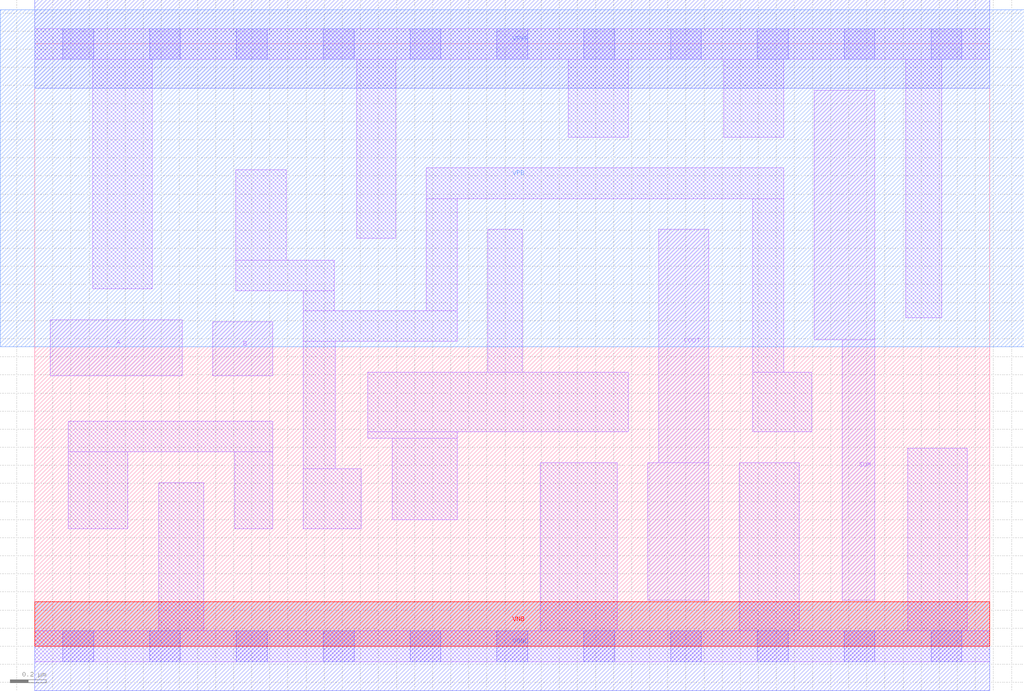
<source format=lef>
# Copyright 2020 The SkyWater PDK Authors
#
# Licensed under the Apache License, Version 2.0 (the "License");
# you may not use this file except in compliance with the License.
# You may obtain a copy of the License at
#
#     https://www.apache.org/licenses/LICENSE-2.0
#
# Unless required by applicable law or agreed to in writing, software
# distributed under the License is distributed on an "AS IS" BASIS,
# WITHOUT WARRANTIES OR CONDITIONS OF ANY KIND, either express or implied.
# See the License for the specific language governing permissions and
# limitations under the License.
#
# SPDX-License-Identifier: Apache-2.0

VERSION 5.7 ;
  NOWIREEXTENSIONATPIN ON ;
  DIVIDERCHAR "/" ;
  BUSBITCHARS "[]" ;
MACRO sky130_fd_sc_lp__ha_2
  CLASS CORE ;
  FOREIGN sky130_fd_sc_lp__ha_2 ;
  ORIGIN  0.000000  0.000000 ;
  SIZE  5.280000 BY  3.330000 ;
  SYMMETRY X Y R90 ;
  SITE unit ;
  PIN A
    ANTENNAGATEAREA  0.318000 ;
    DIRECTION INPUT ;
    USE SIGNAL ;
    PORT
      LAYER li1 ;
        RECT 0.085000 1.495000 0.815000 1.805000 ;
    END
  END A
  PIN B
    ANTENNAGATEAREA  0.318000 ;
    DIRECTION INPUT ;
    USE SIGNAL ;
    PORT
      LAYER li1 ;
        RECT 0.985000 1.495000 1.315000 1.795000 ;
    END
  END B
  PIN COUT
    ANTENNADIFFAREA  0.588000 ;
    DIRECTION OUTPUT ;
    USE SIGNAL ;
    PORT
      LAYER li1 ;
        RECT 3.390000 0.255000 3.725000 1.015000 ;
        RECT 3.450000 1.015000 3.725000 2.305000 ;
    END
  END COUT
  PIN SUM
    ANTENNADIFFAREA  0.588000 ;
    DIRECTION OUTPUT ;
    USE SIGNAL ;
    PORT
      LAYER li1 ;
        RECT 4.310000 1.695000 4.645000 3.075000 ;
        RECT 4.465000 0.255000 4.645000 1.695000 ;
    END
  END SUM
  PIN VGND
    DIRECTION INOUT ;
    USE GROUND ;
    PORT
      LAYER met1 ;
        RECT 0.000000 -0.245000 5.280000 0.245000 ;
    END
  END VGND
  PIN VNB
    DIRECTION INOUT ;
    USE GROUND ;
    PORT
      LAYER pwell ;
        RECT 0.000000 0.000000 5.280000 0.245000 ;
    END
  END VNB
  PIN VPB
    DIRECTION INOUT ;
    USE POWER ;
    PORT
      LAYER nwell ;
        RECT -0.190000 1.655000 5.470000 3.520000 ;
    END
  END VPB
  PIN VPWR
    DIRECTION INOUT ;
    USE POWER ;
    PORT
      LAYER met1 ;
        RECT 0.000000 3.085000 5.280000 3.575000 ;
    END
  END VPWR
  OBS
    LAYER li1 ;
      RECT 0.000000 -0.085000 5.280000 0.085000 ;
      RECT 0.000000  3.245000 5.280000 3.415000 ;
      RECT 0.185000  0.650000 0.515000 1.075000 ;
      RECT 0.185000  1.075000 1.315000 1.245000 ;
      RECT 0.320000  1.975000 0.650000 3.245000 ;
      RECT 0.685000  0.085000 0.935000 0.905000 ;
      RECT 1.105000  0.650000 1.315000 1.075000 ;
      RECT 1.110000  1.965000 1.655000 2.135000 ;
      RECT 1.110000  2.135000 1.390000 2.635000 ;
      RECT 1.485000  0.650000 1.805000 0.980000 ;
      RECT 1.485000  0.980000 1.660000 1.685000 ;
      RECT 1.485000  1.685000 2.335000 1.855000 ;
      RECT 1.485000  1.855000 1.655000 1.965000 ;
      RECT 1.780000  2.255000 1.995000 3.245000 ;
      RECT 1.840000  1.150000 2.335000 1.185000 ;
      RECT 1.840000  1.185000 3.280000 1.515000 ;
      RECT 1.975000  0.700000 2.335000 1.150000 ;
      RECT 2.165000  1.855000 2.335000 2.475000 ;
      RECT 2.165000  2.475000 4.140000 2.645000 ;
      RECT 2.505000  1.515000 2.695000 2.305000 ;
      RECT 2.795000  0.085000 3.220000 1.015000 ;
      RECT 2.950000  2.815000 3.280000 3.245000 ;
      RECT 3.810000  2.815000 4.140000 3.245000 ;
      RECT 3.895000  0.085000 4.225000 1.015000 ;
      RECT 3.970000  1.185000 4.295000 1.515000 ;
      RECT 3.970000  1.515000 4.140000 2.475000 ;
      RECT 4.815000  1.815000 5.015000 3.245000 ;
      RECT 4.825000  0.085000 5.155000 1.095000 ;
    LAYER mcon ;
      RECT 0.155000 -0.085000 0.325000 0.085000 ;
      RECT 0.155000  3.245000 0.325000 3.415000 ;
      RECT 0.635000 -0.085000 0.805000 0.085000 ;
      RECT 0.635000  3.245000 0.805000 3.415000 ;
      RECT 1.115000 -0.085000 1.285000 0.085000 ;
      RECT 1.115000  3.245000 1.285000 3.415000 ;
      RECT 1.595000 -0.085000 1.765000 0.085000 ;
      RECT 1.595000  3.245000 1.765000 3.415000 ;
      RECT 2.075000 -0.085000 2.245000 0.085000 ;
      RECT 2.075000  3.245000 2.245000 3.415000 ;
      RECT 2.555000 -0.085000 2.725000 0.085000 ;
      RECT 2.555000  3.245000 2.725000 3.415000 ;
      RECT 3.035000 -0.085000 3.205000 0.085000 ;
      RECT 3.035000  3.245000 3.205000 3.415000 ;
      RECT 3.515000 -0.085000 3.685000 0.085000 ;
      RECT 3.515000  3.245000 3.685000 3.415000 ;
      RECT 3.995000 -0.085000 4.165000 0.085000 ;
      RECT 3.995000  3.245000 4.165000 3.415000 ;
      RECT 4.475000 -0.085000 4.645000 0.085000 ;
      RECT 4.475000  3.245000 4.645000 3.415000 ;
      RECT 4.955000 -0.085000 5.125000 0.085000 ;
      RECT 4.955000  3.245000 5.125000 3.415000 ;
  END
END sky130_fd_sc_lp__ha_2
END LIBRARY

</source>
